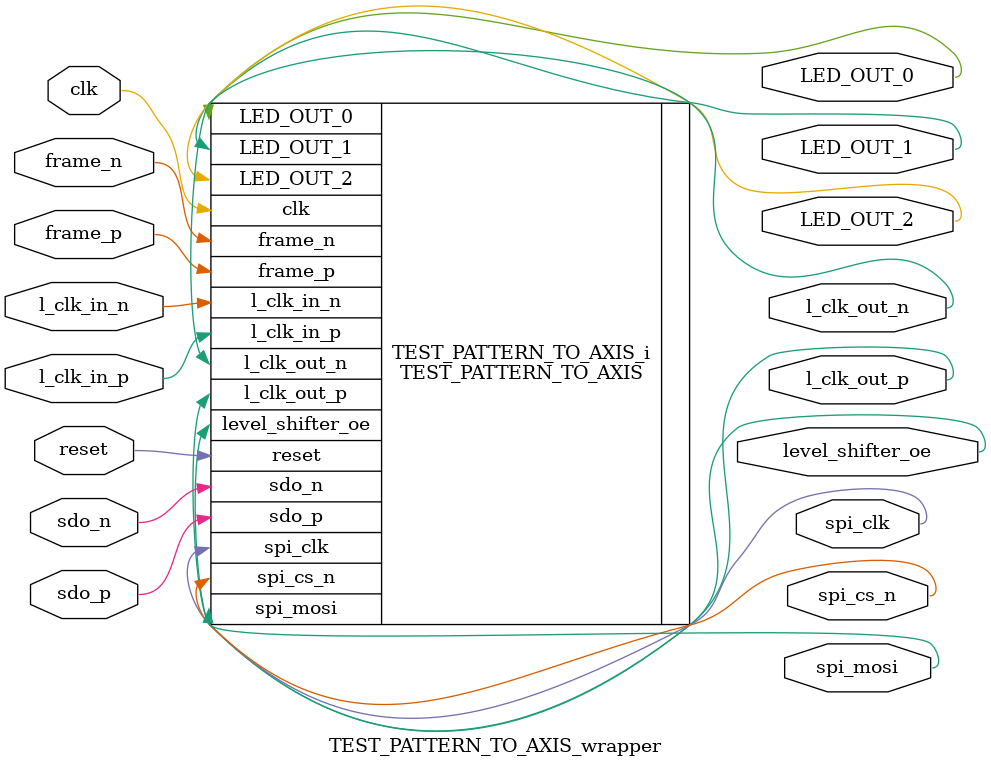
<source format=v>
`timescale 1 ps / 1 ps

module TEST_PATTERN_TO_AXIS_wrapper
   (LED_OUT_0,
    LED_OUT_1,
    LED_OUT_2,
    clk,
    frame_n,
    frame_p,
    l_clk_in_n,
    l_clk_in_p,
    l_clk_out_n,
    l_clk_out_p,
    level_shifter_oe,
    reset,
    sdo_n,
    sdo_p,
    spi_clk,
    spi_cs_n,
    spi_mosi);
  output [0:0]LED_OUT_0;
  output [0:0]LED_OUT_1;
  output [0:0]LED_OUT_2;
  input clk;
  input frame_n;
  input frame_p;
  input l_clk_in_n;
  input l_clk_in_p;
  output l_clk_out_n;
  output l_clk_out_p;
  output level_shifter_oe;
  input reset;
  input sdo_n;
  input sdo_p;
  output spi_clk;
  output spi_cs_n;
  output spi_mosi;

  wire [0:0]LED_OUT_0;
  wire [0:0]LED_OUT_1;
  wire [0:0]LED_OUT_2;
  wire clk;
  wire frame_n;
  wire frame_p;
  wire l_clk_in_n;
  wire l_clk_in_p;
  wire l_clk_out_n;
  wire l_clk_out_p;
  wire level_shifter_oe;
  wire reset;
  wire sdo_n;
  wire sdo_p;
  wire spi_clk;
  wire spi_cs_n;
  wire spi_mosi;

  TEST_PATTERN_TO_AXIS TEST_PATTERN_TO_AXIS_i
       (.LED_OUT_0(LED_OUT_0),
        .LED_OUT_1(LED_OUT_1),
        .LED_OUT_2(LED_OUT_2),
        .clk(clk),
        .frame_n(frame_n),
        .frame_p(frame_p),
        .l_clk_in_n(l_clk_in_n),
        .l_clk_in_p(l_clk_in_p),
        .l_clk_out_n(l_clk_out_n),
        .l_clk_out_p(l_clk_out_p),
        .level_shifter_oe(level_shifter_oe),
        .reset(reset),
        .sdo_n(sdo_n),
        .sdo_p(sdo_p),
        .spi_clk(spi_clk),
        .spi_cs_n(spi_cs_n),
        .spi_mosi(spi_mosi));
endmodule

</source>
